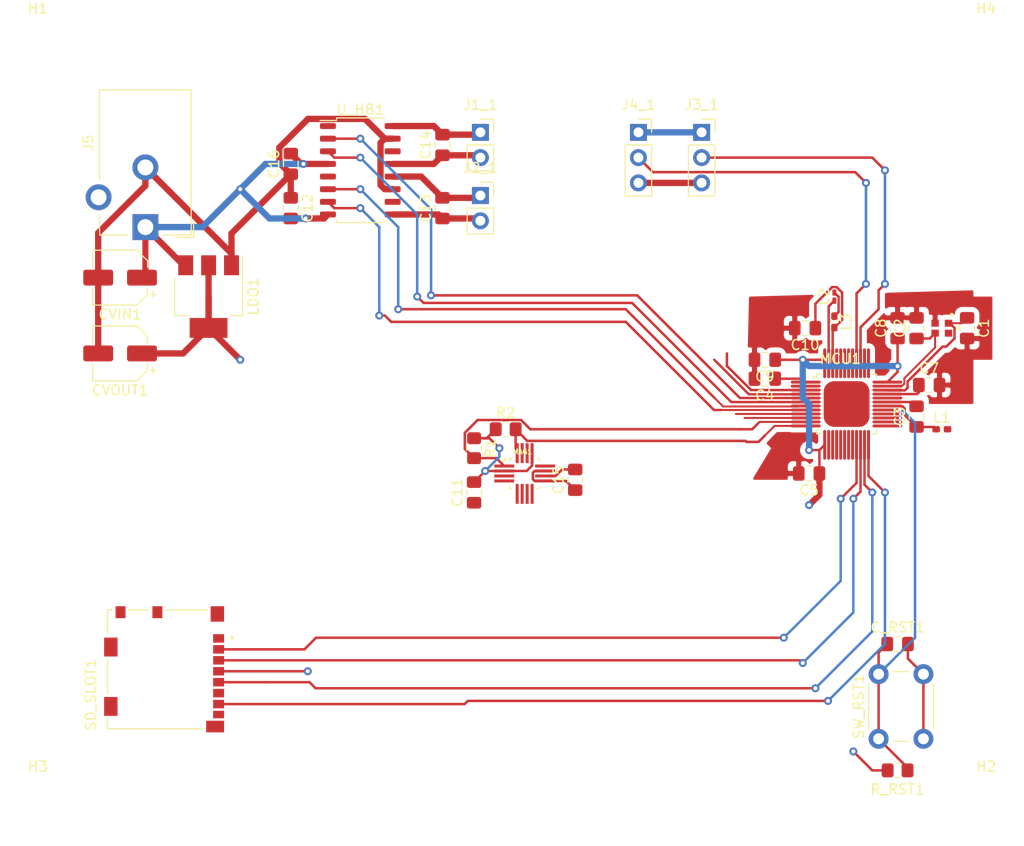
<source format=kicad_pcb>
(kicad_pcb (version 20171130) (host pcbnew "(5.1.10)-1")
  (layers (0 F.Cu signal) (31 B.Cu signal) (34 B.Paste user) (35 F.Paste user) (36 B.SilkS user) (37 F.SilkS user) (38 B.Mask user) (39 F.Mask user) (44 Edge.Cuts user))
  (net 0 "")
  (net 1 /XC1)
  (net 2 GND)
  (net 3 /XC2)
  (net 4 /ANT)
  (net 5 /DEC1)
  (net 6 +3V3)
  (net 7 /DEC3)
  (net 8 /DEC4)
  (net 9 +6V)
  (net 10 "Net-(C13-Pad2)")
  (net 11 "Net-(C13-Pad1)")
  (net 12 "Net-(C14-Pad1)")
  (net 13 "Net-(C14-Pad2)")
  (net 14 "Net-(C15-Pad2)")
  (net 15 /WSS1)
  (net 16 /WSS2)
  (net 17 /RF)
  (net 18 /DCC)
  (net 19 "Net-(L2-Pad2)")
  (net 20 /SCL)
  (net 21 "Net-(MAG1-Pad12)")
  (net 22 "Net-(MAG1-Pad4)")
  (net 23 /SDA)
  (net 24 "Net-(MCU1-Pad2)")
  (net 25 "Net-(MCU1-Pad3)")
  (net 26 "Net-(MCU1-Pad4)")
  (net 27 /MOSI)
  (net 28 /SCLK)
  (net 29 /MISO)
  (net 30 /CS)
  (net 31 "Net-(MCU1-Pad15)")
  (net 32 "Net-(MCU1-Pad16)")
  (net 33 "Net-(MCU1-Pad17)")
  (net 34 "Net-(MCU1-Pad18)")
  (net 35 "Net-(MCU1-Pad19)")
  (net 36 "Net-(MCU1-Pad20)")
  (net 37 /INA)
  (net 38 /SDCLK)
  (net 39 /SWDIO)
  (net 40 /INB)
  (net 41 /INC)
  (net 42 /IND)
  (net 43 /DEC2)
  (net 44 "Net-(MCU1-Pad41)")
  (net 45 "Net-(MCU1-Pad42)")
  (net 46 "Net-(MCU1-Pad43)")
  (net 47 /EXP)
  (net 48 "Net-(SD_SLOT1-Pad8)")
  (net 49 "Net-(SD_SLOT1-Pad1)")
  (net 50 "Net-(SD_SLOT1-Pad9)")
  (net 51 "Net-(SD_SLOT1-Pad10)")
  (net 52 "Net-(U_HB1-Pad1)")
  (net 53 "Net-(U_HB1-Pad5)")
  (net 54 "Net-(U_HB1-Pad10)")
  (net 55 "Net-(U_HB1-Pad14)")
  (net 56 /MSCL)
  (net 57 "Net-(MAG1-Pad5)")
  (net 58 "Net-(MCU1-Pad28)")
  (net 59 "Net-(MCU1-Pad9)")
  (net 60 "Net-(MCU1-Pad27)")
  (net 61 "Net-(MCU1-Pad37)")
  (net 62 "Net-(MCU1-Pad38)")
  (net 63 "Net-(MCU1-Pad10)")
  (net 64 "Net-(MCU1-Pad14)")
  (module Capacitor_SMD:C_0805_2012Metric_Pad1.18x1.45mm_HandSolder (layer F.Cu) (at 175.895 91.44 270)
    (fp_text reference C1 (at 0 -1.68 90) (layer F.SilkS))
    (fp_text value 12pF)
    (pad 1 smd roundrect (at -1.0375 0 270) (size 1.175 1.45) (layers F.Cu F.Paste F.Mask) (roundrect_rratio 0.212766) (net 1 /XC1))
    (pad 2 smd roundrect (at 1.0375 0 270) (size 1.175 1.45) (layers F.Cu F.Paste F.Mask) (roundrect_rratio 0.212766) (net 2 GND))
  )
  (module Capacitor_SMD:C_0805_2012Metric_Pad1.18x1.45mm_HandSolder (layer F.Cu) (at 170.815 91.44 90)
    (fp_text reference C2 (at 0 -1.68 90) (layer F.SilkS))
    (fp_text value 12pF)
    (pad 2 smd roundrect (at 1.0375 0 90) (size 1.175 1.45) (layers F.Cu F.Paste F.Mask) (roundrect_rratio 0.212766) (net 2 GND))
    (pad 1 smd roundrect (at -1.0375 0 90) (size 1.175 1.45) (layers F.Cu F.Paste F.Mask) (roundrect_rratio 0.212766) (net 3 /XC2))
  )
  (module Capacitor_SMD:C_0805_2012Metric_Pad1.18x1.45mm_HandSolder (layer F.Cu) (at 170.815 100.33 90)
    (fp_text reference C3 (at 0 -1.68 90) (layer F.SilkS))
    (fp_text value 0.8pF)
    (pad 2 smd roundrect (at 1.0375 0 90) (size 1.175 1.45) (layers F.Cu F.Paste F.Mask) (roundrect_rratio 0.212766) (net 2 GND))
    (pad 1 smd roundrect (at -1.0375 0 90) (size 1.175 1.45) (layers F.Cu F.Paste F.Mask) (roundrect_rratio 0.212766) (net 4 /ANT))
  )
  (module Capacitor_SMD:C_0805_2012Metric_Pad1.18x1.45mm_HandSolder (layer F.Cu) (at 155.575 96.52 180)
    (fp_text reference C4 (at 0 -1.68) (layer F.SilkS))
    (fp_text value 100nF)
    (pad 2 smd roundrect (at 1.0375 0 180) (size 1.175 1.45) (layers F.Cu F.Paste F.Mask) (roundrect_rratio 0.212766) (net 2 GND))
    (pad 1 smd roundrect (at -1.0375 0 180) (size 1.175 1.45) (layers F.Cu F.Paste F.Mask) (roundrect_rratio 0.212766) (net 5 /DEC1))
  )
  (module Capacitor_SMD:C_0805_2012Metric_Pad1.18x1.45mm_HandSolder (layer F.Cu) (at 160.02 106.045 180)
    (fp_text reference C5 (at 0 -1.68) (layer F.SilkS))
    (fp_text value 100nF)
    (pad 1 smd roundrect (at -1.0375 0 180) (size 1.175 1.45) (layers F.Cu F.Paste F.Mask) (roundrect_rratio 0.212766) (net 6 +3V3))
    (pad 2 smd roundrect (at 1.0375 0 180) (size 1.175 1.45) (layers F.Cu F.Paste F.Mask) (roundrect_rratio 0.212766) (net 2 GND))
  )
  (module Capacitor_SMD:C_0805_2012Metric_Pad1.18x1.45mm_HandSolder (layer F.Cu) (at 172.085 97.155)
    (fp_text reference C7 (at 0 -1.68) (layer F.SilkS))
    (fp_text value 100pF)
    (pad 1 smd roundrect (at -1.0375 0) (size 1.175 1.45) (layers F.Cu F.Paste F.Mask) (roundrect_rratio 0.212766) (net 7 /DEC3))
    (pad 2 smd roundrect (at 1.0375 0) (size 1.175 1.45) (layers F.Cu F.Paste F.Mask) (roundrect_rratio 0.212766) (net 2 GND))
  )
  (module Capacitor_SMD:C_0805_2012Metric_Pad1.18x1.45mm_HandSolder (layer F.Cu) (at 168.91 91.44 90)
    (fp_text reference C8 (at 0 -1.68 90) (layer F.SilkS))
    (fp_text value 100nF)
    (pad 1 smd roundrect (at -1.0375 0 90) (size 1.175 1.45) (layers F.Cu F.Paste F.Mask) (roundrect_rratio 0.212766) (net 6 +3V3))
    (pad 2 smd roundrect (at 1.0375 0 90) (size 1.175 1.45) (layers F.Cu F.Paste F.Mask) (roundrect_rratio 0.212766) (net 2 GND))
  )
  (module Capacitor_SMD:C_0805_2012Metric_Pad1.18x1.45mm_HandSolder (layer F.Cu) (at 155.575 94.615 180)
    (fp_text reference C9 (at 0 -1.68) (layer F.SilkS))
    (fp_text value 4.7uF)
    (pad 2 smd roundrect (at 1.0375 0 180) (size 1.175 1.45) (layers F.Cu F.Paste F.Mask) (roundrect_rratio 0.212766) (net 2 GND))
    (pad 1 smd roundrect (at -1.0375 0 180) (size 1.175 1.45) (layers F.Cu F.Paste F.Mask) (roundrect_rratio 0.212766) (net 6 +3V3))
  )
  (module Capacitor_SMD:C_0805_2012Metric_Pad1.18x1.45mm_HandSolder (layer F.Cu) (at 159.6175 91.44 180)
    (fp_text reference C10 (at 0 -1.68) (layer F.SilkS))
    (fp_text value 1uF)
    (pad 2 smd roundrect (at 1.0375 0 180) (size 1.175 1.45) (layers F.Cu F.Paste F.Mask) (roundrect_rratio 0.212766) (net 2 GND))
    (pad 1 smd roundrect (at -1.0375 0 180) (size 1.175 1.45) (layers F.Cu F.Paste F.Mask) (roundrect_rratio 0.212766) (net 8 /DEC4))
  )
  (module Capacitor_SMD:C_0805_2012Metric_Pad1.18x1.45mm_HandSolder (layer F.Cu) (at 126.365 107.95 90)
    (fp_text reference C11 (at 0 -1.68 90) (layer F.SilkS))
    (fp_text value 1uF)
    (pad 2 smd roundrect (at 1.0375 0 90) (size 1.175 1.45) (layers F.Cu F.Paste F.Mask) (roundrect_rratio 0.213) (net 6 +3V3))
    (pad 1 smd roundrect (at -1.0375 0 90) (size 1.175 1.45) (layers F.Cu F.Paste F.Mask) (roundrect_rratio 0.212766) (net 2 GND))
  )
  (module Capacitor_SMD:C_0805_2012Metric_Pad1.18x1.45mm_HandSolder (layer F.Cu) (at 107.95 79.375 270)
    (fp_text reference C12 (at 0 -1.68 90) (layer F.SilkS))
    (fp_text value 100uF)
    (pad 1 smd roundrect (at -1.0375 0 270) (size 1.175 1.45) (layers F.Cu F.Paste F.Mask) (roundrect_rratio 0.212766) (net 2 GND))
    (pad 2 smd roundrect (at 1.0375 0 270) (size 1.175 1.45) (layers F.Cu F.Paste F.Mask) (roundrect_rratio 0.212766) (net 9 +6V))
  )
  (module Capacitor_SMD:C_0805_2012Metric_Pad1.18x1.45mm_HandSolder (layer F.Cu) (at 123.19 79.375 90)
    (fp_text reference C13 (at 0 -1.68 90) (layer F.SilkS))
    (fp_text value .1uF)
    (pad 2 smd roundrect (at 1.0375 0 90) (size 1.175 1.45) (layers F.Cu F.Paste F.Mask) (roundrect_rratio 0.212766) (net 10 "Net-(C13-Pad2)"))
    (pad 1 smd roundrect (at -1.0375 0 90) (size 1.175 1.45) (layers F.Cu F.Paste F.Mask) (roundrect_rratio 0.212766) (net 11 "Net-(C13-Pad1)"))
  )
  (module Capacitor_SMD:C_0805_2012Metric_Pad1.18x1.45mm_HandSolder (layer F.Cu) (at 123.19 73.025 90)
    (fp_text reference C14 (at 0 -1.68 90) (layer F.SilkS))
    (fp_text value .1uF)
    (pad 1 smd roundrect (at -1.0375 0 90) (size 1.175 1.45) (layers F.Cu F.Paste F.Mask) (roundrect_rratio 0.212766) (net 12 "Net-(C14-Pad1)"))
    (pad 2 smd roundrect (at 1.0375 0 90) (size 1.175 1.45) (layers F.Cu F.Paste F.Mask) (roundrect_rratio 0.212766) (net 13 "Net-(C14-Pad2)"))
  )
  (module Capacitor_SMD:C_0805_2012Metric_Pad1.18x1.45mm_HandSolder (layer F.Cu) (at 136.525 106.68 90)
    (fp_text reference C15 (at 0 -1.68 90) (layer F.SilkS))
    (fp_text value 10uF)
    (pad 1 smd roundrect (at -1.0375 0 90) (size 1.175 1.45) (layers F.Cu F.Paste F.Mask) (roundrect_rratio 0.212766) (net 2 GND))
    (pad 2 smd roundrect (at 1.0375 0 90) (size 1.175 1.45) (layers F.Cu F.Paste F.Mask) (roundrect_rratio 0.212766) (net 14 "Net-(C15-Pad2)"))
  )
  (module Capacitor_SMD:C_0805_2012Metric_Pad1.18x1.45mm_HandSolder (layer F.Cu) (at 107.95 74.93 90)
    (fp_text reference C16 (at 0 -1.68 90) (layer F.SilkS))
    (fp_text value 100uF)
    (pad 2 smd roundrect (at 1.0375 0 90) (size 1.175 1.45) (layers F.Cu F.Paste F.Mask) (roundrect_rratio 0.212766) (net 9 +6V))
    (pad 1 smd roundrect (at -1.0375 0 90) (size 1.175 1.45) (layers F.Cu F.Paste F.Mask) (roundrect_rratio 0.212766) (net 2 GND))
  )
  (module Capacitor_SMD:C_0805_2012Metric_Pad1.18x1.45mm_HandSolder (layer F.Cu) (at 168.91 123.19)
    (fp_text reference C_RST1 (at 0 -1.68) (layer F.SilkS))
    (fp_text value 1uF)
    (pad 1 smd roundrect (at -1.0375 0) (size 1.175 1.45) (layers F.Cu F.Paste F.Mask) (roundrect_rratio 0.212766) (net 56 /MSCL))
    (pad 2 smd roundrect (at 1.0375 0) (size 1.175 1.45) (layers F.Cu F.Paste F.Mask) (roundrect_rratio 0.212766) (net 2 GND))
  )
  (module Capacitor_SMD:CP_Elec_5x5.7 (layer F.Cu) (at 90.805 86.36 180)
    (fp_text reference CVIN1 (at 0 -3.7) (layer F.SilkS))
    (fp_text value 10uF)
    (pad 1 smd roundrect (at -2.2 0 180) (size 3 1.6) (layers F.Cu F.Paste F.Mask) (roundrect_rratio 0.15625) (net 9 +6V))
    (pad 2 smd roundrect (at 2.2 0 180) (size 3 1.6) (layers F.Cu F.Paste F.Mask) (roundrect_rratio 0.15625) (net 2 GND))
  )
  (module Capacitor_SMD:CP_Elec_5x5.7 (layer F.Cu) (at 90.805 93.98 180)
    (fp_text reference CVOUT1 (at 0 -3.7) (layer F.SilkS))
    (fp_text value 10uF)
    (pad 2 smd roundrect (at 2.2 0 180) (size 3 1.6) (layers F.Cu F.Paste F.Mask) (roundrect_rratio 0.15625) (net 2 GND))
    (pad 1 smd roundrect (at -2.2 0 180) (size 3 1.6) (layers F.Cu F.Paste F.Mask) (roundrect_rratio 0.15625) (net 6 +3V3))
  )
  (module Connector_BarrelJack:BarrelJack_CUI_PJ-102AH_Horizontal (layer F.Cu) (at 93.345 81.28 180)
    (fp_text reference J5 (at 5.75 8.45 90) (layer F.SilkS))
    (fp_text value Barrel_Jack)
    (pad 1 thru_hole rect (at 0 0 180) (size 2.6 2.6) (drill 1.6) (layers *.Cu *.Mask) (net 9 +6V))
    (pad 2 thru_hole circle (at 0 6 180) (size 2.6 2.6) (drill 1.6) (layers *.Cu *.Mask) (net 2 GND))
    (pad 3 thru_hole circle (at 4.7 3 180) (size 2.6 2.6) (drill 1.6) (layers *.Cu *.Mask))
  )
  (module Connector_PinSocket_2.54mm:PinSocket_1x02_P2.54mm_Vertical (layer F.Cu) (at 127 71.755)
    (fp_text reference J1_1 (at 0 -2.77) (layer F.SilkS))
    (fp_text value Conn_01x02_Female)
    (pad 2 thru_hole oval (at 0 2.54) (size 1.7 1.7) (drill 1) (layers *.Cu *.Mask) (net 12 "Net-(C14-Pad1)"))
    (pad 1 thru_hole rect (at 0 0) (size 1.7 1.7) (drill 1) (layers *.Cu *.Mask) (net 13 "Net-(C14-Pad2)"))
  )
  (module Connector_PinSocket_2.54mm:PinSocket_1x02_P2.54mm_Vertical (layer F.Cu) (at 127 78.105)
    (fp_text reference J2_1 (at 0 -2.77) (layer F.SilkS))
    (fp_text value Conn_01x02_Female)
    (pad 1 thru_hole rect (at 0 0) (size 1.7 1.7) (drill 1) (layers *.Cu *.Mask) (net 10 "Net-(C13-Pad2)"))
    (pad 2 thru_hole oval (at 0 2.54) (size 1.7 1.7) (drill 1) (layers *.Cu *.Mask) (net 11 "Net-(C13-Pad1)"))
  )
  (module Connector_PinSocket_2.54mm:PinSocket_1x03_P2.54mm_Vertical (layer F.Cu) (at 149.225 71.755)
    (fp_text reference J3_1 (at 0 -2.77) (layer F.SilkS))
    (fp_text value Conn_01x03_Female)
    (pad 3 thru_hole oval (at 0 5.08) (size 1.7 1.7) (drill 1) (layers *.Cu *.Mask) (net 2 GND))
    (pad 2 thru_hole oval (at 0 2.54) (size 1.7 1.7) (drill 1) (layers *.Cu *.Mask) (net 15 /WSS1))
    (pad 1 thru_hole rect (at 0 0) (size 1.7 1.7) (drill 1) (layers *.Cu *.Mask) (net 6 +3V3))
  )
  (module Connector_PinSocket_2.54mm:PinSocket_1x03_P2.54mm_Vertical (layer F.Cu) (at 142.875 71.755)
    (fp_text reference J4_1 (at 0 -2.77) (layer F.SilkS))
    (fp_text value Conn_01x03_Female)
    (pad 1 thru_hole rect (at 0 0) (size 1.7 1.7) (drill 1) (layers *.Cu *.Mask) (net 6 +3V3))
    (pad 2 thru_hole oval (at 0 2.54) (size 1.7 1.7) (drill 1) (layers *.Cu *.Mask) (net 16 /WSS2))
    (pad 3 thru_hole oval (at 0 5.08) (size 1.7 1.7) (drill 1) (layers *.Cu *.Mask) (net 2 GND))
  )
  (module Inductor_SMD:L_0402_1005Metric_Pad0.77x0.64mm_HandSolder (layer F.Cu) (at 173.355 101.6)
    (fp_text reference L1 (at 0 -1.17) (layer F.SilkS))
    (fp_text value 3.9nH)
    (pad 1 smd roundrect (at -0.5725 0) (size 0.765 0.64) (layers F.Cu F.Paste F.Mask) (net 4 /ANT))
    (pad 2 smd roundrect (at 0.5725 0) (size 0.765 0.64) (layers F.Cu F.Paste F.Mask) (net 17 /RF))
  )
  (module Inductor_SMD:L_0201_0603Metric_Pad0.64x0.40mm_HandSolder (layer F.Cu) (at 162.56 88.265 90)
    (fp_text reference L2 (at 0 -1.05 90) (layer F.SilkS))
    (fp_text value 10uH)
    (pad 1 smd roundrect (at -0.4075 0 90) (size 0.635 0.4) (layers F.Cu F.Mask) (net 18 /DCC))
    (pad 2 smd roundrect (at 0.4075 0 90) (size 0.635 0.4) (layers F.Cu F.Mask) (net 19 "Net-(L2-Pad2)"))
  )
  (module Inductor_SMD:L_0402_1005Metric_Pad0.77x0.64mm_HandSolder (layer F.Cu) (at 162.56 90.805 270)
    (fp_text reference L3 (at 0 -1.17 90) (layer F.SilkS))
    (fp_text value 15nH)
    (pad 2 smd roundrect (at 0.5725 0 270) (size 0.765 0.64) (layers F.Cu F.Paste F.Mask) (net 8 /DEC4))
    (pad 1 smd roundrect (at -0.5725 0 270) (size 0.765 0.64) (layers F.Cu F.Paste F.Mask) (net 19 "Net-(L2-Pad2)"))
  )
  (module Package_TO_SOT_SMD:SOT-223-3_TabPin2 (layer F.Cu) (at 99.695 88.265 270)
    (fp_text reference LDO1 (at 0 -4.5 90) (layer F.SilkS))
    (fp_text value NCP1117-3.3_SOT223)
    (pad 2 smd rect (at 3.15 0 270) (size 2 3.8) (layers F.Cu F.Paste F.Mask) (net 6 +3V3))
    (pad 2 smd rect (at -3.15 0 270) (size 2 1.5) (layers F.Cu F.Paste F.Mask) (net 6 +3V3))
    (pad 3 smd rect (at -3.15 2.3 270) (size 2 1.5) (layers F.Cu F.Paste F.Mask) (net 9 +6V))
    (pad 1 smd rect (at -3.15 -2.3 270) (size 2 1.5) (layers F.Cu F.Paste F.Mask) (net 2 GND))
  )
  (module MMC5983MA:PQFN50P300X300X100-16N (layer F.Cu) (at 131.445 106.045)
    (fp_text reference MAG1 (at -0.226 -2.1868) (layer F.SilkS) (effects (font (size 0.48 0.48))))
    (fp_text value MMC5983MA)
    (pad 1 smd rect (at -2.05 -0.75) (size 2 0.3) (layers F.Cu F.Paste F.Mask) (net 20 /SCL))
    (pad 2 smd rect (at -2.05 -0.25) (size 2 0.3) (layers F.Cu F.Paste F.Mask) (net 6 +3V3))
    (pad 3 smd rect (at -2.05 0.25) (size 2 0.3) (layers F.Cu F.Paste F.Mask))
    (pad 4 smd rect (at -2.05 0.75) (size 2 0.3) (layers F.Cu F.Paste F.Mask) (net 22 "Net-(MAG1-Pad4)"))
    (pad 5 smd rect (at -0.75 2.05) (size 0.3 2) (layers F.Cu F.Paste F.Mask) (net 57 "Net-(MAG1-Pad5)"))
    (pad 6 smd rect (at -0.25 2.05) (size 0.3 2) (layers F.Cu F.Paste F.Mask) (net 21 "Net-(MAG1-Pad12)"))
    (pad 7 smd rect (at 0.25 2.05) (size 0.3 2) (layers F.Cu F.Paste F.Mask))
    (pad 8 smd rect (at 0.75 2.05) (size 0.3 2) (layers F.Cu F.Paste F.Mask))
    (pad 9 smd rect (at 2.055 0.75) (size 2 0.3) (layers F.Cu F.Paste F.Mask) (net 2 GND))
    (pad 10 smd rect (at 2.055 0.25) (size 2 0.3) (layers F.Cu F.Paste F.Mask) (net 14 "Net-(C15-Pad2)"))
    (pad 11 smd rect (at 2.055 -0.25) (size 2 0.3) (layers F.Cu F.Paste F.Mask) (net 2 GND))
    (pad 12 smd rect (at 2.055 -0.75) (size 2 0.3) (layers F.Cu F.Paste F.Mask))
    (pad 13 smd rect (at 0.75 -2.05) (size 0.3 2) (layers F.Cu F.Paste F.Mask) (net 6 +3V3))
    (pad 14 smd rect (at 0.25 -2.05) (size 0.3 2) (layers F.Cu F.Paste F.Mask))
    (pad 15 smd rect (at -0.25 -2.05) (size 0.3 2) (layers F.Cu F.Paste F.Mask))
    (pad 16 smd rect (at -0.75 -2.05) (size 0.3 2) (layers F.Cu F.Paste F.Mask) (net 23 /SDA))
  )
  (module NRF52832-QFAA-R:QFN40P600X600X90-49N (layer F.Cu) (at 163.788501 99.063501)
    (fp_text reference MCU1 (at -0.62591 -4.54164) (layer F.SilkS) (effects (font (size 1.001465 1.001465))))
    (fp_text value NRF52832-QFAA-R)
    (pad 1 smd oval (at -4.1 -2.2) (size 3 0.3) (layers F.Cu F.Paste) (net 5 /DEC1))
    (pad 2 smd oval (at -4.1 -1.8) (size 3 0.3) (layers F.Cu F.Paste) (net 24 "Net-(MCU1-Pad2)"))
    (pad 3 smd oval (at -4.1 -1.4) (size 3 0.3) (layers F.Cu F.Paste) (net 25 "Net-(MCU1-Pad3)"))
    (pad 4 smd oval (at -4.1 -1) (size 3 0.3) (layers F.Cu F.Paste) (net 26 "Net-(MCU1-Pad4)"))
    (pad 5 smd oval (at -4.1 -0.6) (size 3 0.3) (layers F.Cu F.Paste) (net 37 /INA))
    (pad 6 smd oval (at -4.1 -0.2) (size 3 0.3) (layers F.Cu F.Paste) (net 40 /INB))
    (pad 7 smd oval (at -4.1 0.2) (size 3 0.3) (layers F.Cu F.Paste) (net 41 /INC))
    (pad 8 smd oval (at -4.1 0.6) (size 3 0.3) (layers F.Cu F.Paste) (net 42 /IND))
    (pad 9 smd oval (at -4.1 1) (size 3 0.3) (layers F.Cu F.Paste) (net 59 "Net-(MCU1-Pad9)"))
    (pad 10 smd oval (at -4.1 1.4) (size 3 0.3) (layers F.Cu F.Paste) (net 63 "Net-(MCU1-Pad10)"))
    (pad 11 smd oval (at -4.1 1.8) (size 3 0.3) (layers F.Cu F.Paste) (net 20 /SCL))
    (pad 12 smd oval (at -4.1 2.2) (size 3 0.3) (layers F.Cu F.Paste) (net 23 /SDA))
    (pad 13 smd oval (at -2.2 4.1 90) (size 3 0.3) (layers F.Cu F.Paste) (net 6 +3V3))
    (pad 14 smd oval (at -1.8 4.1 90) (size 3 0.3) (layers F.Cu F.Paste) (net 64 "Net-(MCU1-Pad14)"))
    (pad 15 smd oval (at -1.4 4.1 90) (size 3 0.3) (layers F.Cu F.Paste) (net 31 "Net-(MCU1-Pad15)"))
    (pad 16 smd oval (at -1 4.1 90) (size 3 0.3) (layers F.Cu F.Paste) (net 32 "Net-(MCU1-Pad16)"))
    (pad 17 smd oval (at -0.6 4.1 90) (size 3 0.3) (layers F.Cu F.Paste) (net 33 "Net-(MCU1-Pad17)"))
    (pad 18 smd oval (at -0.2 4.1 90) (size 3 0.3) (layers F.Cu F.Paste) (net 34 "Net-(MCU1-Pad18)"))
    (pad 19 smd oval (at 0.2 4.1 90) (size 3 0.3) (layers F.Cu F.Paste) (net 35 "Net-(MCU1-Pad19)"))
    (pad 20 smd oval (at 0.6 4.1 90) (size 3 0.3) (layers F.Cu F.Paste) (net 36 "Net-(MCU1-Pad20)"))
    (pad 21 smd oval (at 1 4.1 90) (size 3 0.3) (layers F.Cu F.Paste) (net 30 /CS))
    (pad 22 smd oval (at 1.4 4.1 90) (size 3 0.3) (layers F.Cu F.Paste) (net 27 /MOSI))
    (pad 23 smd oval (at 1.8 4.1 90) (size 3 0.3) (layers F.Cu F.Paste) (net 28 /SCLK))
    (pad 24 smd oval (at 2.2 4.1 90) (size 3 0.3) (layers F.Cu F.Paste) (net 29 /MISO))
    (pad 25 smd oval (at 4.1 2.2 180) (size 3 0.3) (layers F.Cu F.Paste) (net 38 /SDCLK))
    (pad 26 smd oval (at 4.1 1.8 180) (size 3 0.3) (layers F.Cu F.Paste) (net 39 /SWDIO))
    (pad 27 smd oval (at 4.1 1.4 180) (size 3 0.3) (layers F.Cu F.Paste) (net 60 "Net-(MCU1-Pad27)"))
    (pad 28 smd oval (at 4.1 1 180) (size 3 0.3) (layers F.Cu F.Paste) (net 58 "Net-(MCU1-Pad28)"))
    (pad 29 smd oval (at 4.1 0.6 180) (size 2.999999 0.3) (layers F.Cu F.Paste) (net 56 /MSCL))
    (pad 30 smd oval (at 4.1 0.2 180) (size 3 0.3) (layers F.Cu F.Paste) (net 4 /ANT))
    (pad 31 smd oval (at 4.1 -0.2 180) (size 3 0.3) (layers F.Cu F.Paste) (net 2 GND))
    (pad 32 smd oval (at 4.1 -0.6 180) (size 3 0.3) (layers F.Cu F.Paste) (net 43 /DEC2))
    (pad 33 smd oval (at 4.1 -1 180) (size 3 0.3) (layers F.Cu F.Paste) (net 7 /DEC3))
    (pad 34 smd oval (at 4.1 -1.4 180) (size 3 0.3) (layers F.Cu F.Paste) (net 1 /XC1))
    (pad 35 smd oval (at 4.1 -1.8 180) (size 3 0.3) (layers F.Cu F.Paste) (net 3 /XC2))
    (pad 36 smd oval (at 4.1 -2.2 180) (size 2.999999 0.3) (layers F.Cu F.Paste) (net 6 +3V3))
    (pad 37 smd oval (at 2.2 -4.1 270) (size 3 0.3) (layers F.Cu F.Paste) (net 61 "Net-(MCU1-Pad37)"))
    (pad 38 smd oval (at 1.8 -4.1 270) (size 3 0.3) (layers F.Cu F.Paste) (net 62 "Net-(MCU1-Pad38)"))
    (pad 39 smd oval (at 1.4 -4.1 270) (size 3 0.3) (layers F.Cu F.Paste) (net 15 /WSS1))
    (pad 40 smd oval (at 1 -4.1 270) (size 3 0.3) (layers F.Cu F.Paste) (net 16 /WSS2))
    (pad 41 smd oval (at 0.6 -4.1 270) (size 3 0.3) (layers F.Cu F.Paste) (net 44 "Net-(MCU1-Pad41)"))
    (pad 42 smd oval (at 0.2 -4.1 270) (size 3 0.3) (layers F.Cu F.Paste) (net 45 "Net-(MCU1-Pad42)"))
    (pad 43 smd oval (at -0.2 -4.1 270) (size 3 0.3) (layers F.Cu F.Paste) (net 46 "Net-(MCU1-Pad43)"))
    (pad 44 smd oval (at -0.6 -4.1 270) (size 3 0.3) (layers F.Cu F.Paste))
    (pad 45 smd oval (at -1 -4.1 270) (size 3 0.3) (layers F.Cu F.Paste) (net 2 GND))
    (pad 46 smd oval (at -1.4 -4.1 270) (size 3 0.3) (layers F.Cu F.Paste) (net 8 /DEC4))
    (pad 47 smd oval (at -1.8 -4.1 270) (size 3 0.3) (layers F.Cu F.Paste) (net 18 /DCC))
    (pad 48 smd oval (at -2.2 -4.1 270) (size 3 0.3) (layers F.Cu F.Paste) (net 6 +3V3))
    (pad 49 smd roundrect (at 0 0) (size 4.6 4.6) (layers F.Cu F.Mask) (roundrect_rratio 0.23) (net 47 /EXP))
  )
  (module Resistor_SMD:R_0805_2012Metric_Pad1.20x1.40mm_HandSolder (layer F.Cu) (at 126.365 103.505 270)
    (fp_text reference R1 (at 0 -1.65 90) (layer F.SilkS))
    (fp_text value 2.7k)
    (pad 1 smd roundrect (at -1 0 270) (size 1.2 1.4) (layers F.Cu F.Paste F.Mask) (roundrect_rratio 0.208333) (net 6 +3V3))
    (pad 2 smd roundrect (at 1 0 270) (size 1.2 1.4) (layers F.Cu F.Paste F.Mask) (roundrect_rratio 0.208333) (net 20 /SCL))
  )
  (module Resistor_SMD:R_0805_2012Metric_Pad1.20x1.40mm_HandSolder (layer F.Cu) (at 129.54 101.6)
    (fp_text reference R2 (at 0 -1.65) (layer F.SilkS))
    (fp_text value 2.7k)
    (pad 2 smd roundrect (at 1 0) (size 1.2 1.4) (layers F.Cu F.Paste F.Mask) (roundrect_rratio 0.208333) (net 23 /SDA))
    (pad 1 smd roundrect (at -1 0) (size 1.2 1.4) (layers F.Cu F.Paste F.Mask) (roundrect_rratio 0.208333) (net 6 +3V3))
  )
  (module Resistor_SMD:R_0805_2012Metric_Pad1.20x1.40mm_HandSolder (layer F.Cu) (at 168.91 135.89)
    (fp_text reference R_RST1 (at 0 1.905) (layer F.SilkS))
    (fp_text value 10k)
    (pad 1 smd roundrect (at -1 0) (size 1.2 1.4) (layers F.Cu F.Paste F.Mask) (roundrect_rratio 0.208333) (net 6 +3V3))
    (pad 2 smd roundrect (at 1 0) (size 1.2 1.4) (layers F.Cu F.Paste F.Mask) (roundrect_rratio 0.208333) (net 56 /MSCL))
  )
  (module 104031-0811:MOLEX_104031-0811 (layer F.Cu) (at 95.25 125.73 90)
    (fp_text reference SD_SLOT1 (at -2.545225 -7.385735 90) (layer F.SilkS) (effects (font (size 1.002071 1.002071))))
    (fp_text value 104031-0811)
    (pad 8 smd rect (at -4.545 5.45 90) (size 0.75 1.1) (layers F.Cu F.Paste F.Mask) (net 48 "Net-(SD_SLOT1-Pad8)"))
    (pad 7 smd rect (at -3.495 5.45 90) (size 0.85 1.1) (layers F.Cu F.Paste F.Mask) (net 29 /MISO))
    (pad 6 smd rect (at -2.395 5.45 90) (size 0.85 1.1) (layers F.Cu F.Paste F.Mask) (net 2 GND))
    (pad 5 smd rect (at -1.295 5.45 90) (size 0.85 1.1) (layers F.Cu F.Paste F.Mask) (net 28 /SCLK))
    (pad 4 smd rect (at -0.195 5.45 90) (size 0.85 1.1) (layers F.Cu F.Paste F.Mask) (net 6 +3V3))
    (pad 3 smd rect (at 0.905 5.45 90) (size 0.85 1.1) (layers F.Cu F.Paste F.Mask) (net 27 /MOSI))
    (pad 2 smd rect (at 2.005 5.45 90) (size 0.85 1.1) (layers F.Cu F.Paste F.Mask) (net 30 /CS))
    (pad 1 smd rect (at 3.105 5.45 90) (size 0.85 1.1) (layers F.Cu F.Paste F.Mask) (net 49 "Net-(SD_SLOT1-Pad1)"))
    (pad 9 smd rect (at 5.74 -0.7 90) (size 1.2 1) (layers F.Cu F.Paste F.Mask) (net 50 "Net-(SD_SLOT1-Pad9)"))
    (pad 10 smd rect (at 5.74 -4.4 90) (size 1.2 1) (layers F.Cu F.Paste F.Mask) (net 51 "Net-(SD_SLOT1-Pad10)"))
    (pad G3 smd rect (at -3.73 -5.375 90) (size 1.9 1.35) (layers F.Cu F.Paste F.Mask) (net 2 GND))
    (pad G4 smd rect (at 2.24 -5.375 90) (size 1.9 1.35) (layers F.Cu F.Paste F.Mask) (net 2 GND))
    (pad G2 smd rect (at -5.755 5.1 90) (size 1.17 1.8) (layers F.Cu F.Paste F.Mask) (net 2 GND))
    (pad G1 smd rect (at 5.565 5.325 90) (size 1.55 1.35) (layers F.Cu F.Paste F.Mask) (net 2 GND))
  )
  (module Button_Switch_THT:SW_PUSH_6mm (layer F.Cu) (at 167.005 132.715 90)
    (fp_text reference SW_RST1 (at 3.25 -2 90) (layer F.SilkS))
    (fp_text value _)
    (pad 2 thru_hole circle (at 0 4.5 180) (size 2 2) (drill 1.1) (layers *.Cu *.Mask) (net 2 GND))
    (pad 1 thru_hole circle (at 0 0 180) (size 2 2) (drill 1.1) (layers *.Cu *.Mask) (net 56 /MSCL))
    (pad 2 thru_hole circle (at 6.5 4.5 180) (size 2 2) (drill 1.1) (layers *.Cu *.Mask) (net 2 GND))
    (pad 1 thru_hole circle (at 6.5 0 180) (size 2 2) (drill 1.1) (layers *.Cu *.Mask) (net 56 /MSCL))
  )
  (module Package_SO:SOP-16_4.55x10.3mm_P1.27mm (layer F.Cu) (at 114.935 75.565)
    (fp_text reference U_HB1 (at 0 -6.1) (layer F.SilkS))
    (fp_text value YX1818BM)
    (pad 1 smd roundrect (at -3.25 -4.445) (size 1.6 0.6) (layers F.Cu F.Paste F.Mask) (net 52 "Net-(U_HB1-Pad1)"))
    (pad 2 smd roundrect (at -3.25 -3.175) (size 1.6 0.6) (layers F.Cu F.Paste F.Mask) (net 37 /INA))
    (pad 3 smd roundrect (at -3.25 -1.905) (size 1.6 0.6) (layers F.Cu F.Paste F.Mask) (net 40 /INB))
    (pad 4 smd roundrect (at -3.25 -0.635) (size 1.6 0.6) (layers F.Cu F.Paste F.Mask) (net 9 +6V))
    (pad 5 smd roundrect (at -3.25 0.635) (size 1.6 0.6) (layers F.Cu F.Paste F.Mask) (net 53 "Net-(U_HB1-Pad5)"))
    (pad 6 smd roundrect (at -3.25 1.905) (size 1.6 0.6) (layers F.Cu F.Paste F.Mask) (net 41 /INC))
    (pad 7 smd roundrect (at -3.25 3.175) (size 1.6 0.6) (layers F.Cu F.Paste F.Mask) (net 42 /IND))
    (pad 8 smd roundrect (at -3.25 4.445) (size 1.6 0.6) (layers F.Cu F.Paste F.Mask) (net 9 +6V))
    (pad 9 smd roundrect (at 3.25 4.445) (size 1.6 0.6) (layers F.Cu F.Paste F.Mask) (net 11 "Net-(C13-Pad1)"))
    (pad 10 smd roundrect (at 3.25 3.175) (size 1.6 0.6) (layers F.Cu F.Paste F.Mask) (net 54 "Net-(U_HB1-Pad10)"))
    (pad 11 smd roundrect (at 3.25 1.905) (size 1.6 0.6) (layers F.Cu F.Paste F.Mask) (net 2 GND))
    (pad 12 smd roundrect (at 3.25 0.635) (size 1.6 0.6) (layers F.Cu F.Paste F.Mask) (net 10 "Net-(C13-Pad2)"))
    (pad 13 smd roundrect (at 3.25 -0.635) (size 1.6 0.6) (layers F.Cu F.Paste F.Mask) (net 12 "Net-(C14-Pad1)"))
    (pad 14 smd roundrect (at 3.25 -1.905) (size 1.6 0.6) (layers F.Cu F.Paste F.Mask) (net 55 "Net-(U_HB1-Pad14)"))
    (pad 15 smd roundrect (at 3.25 -3.175) (size 1.6 0.6) (layers F.Cu F.Paste F.Mask) (net 2 GND))
    (pad 16 smd roundrect (at 3.25 -4.445) (size 1.6 0.6) (layers F.Cu F.Paste F.Mask) (net 13 "Net-(C14-Pad2)"))
  )
  (module "Hall Effect Footprint:OSC_XRCGB32M000FXH2CR0" (layer F.Cu) (at 173.355 91.44 270)
    (fp_text reference X1 (at -0.084 -1.6032 90) (layer F.SilkS) (effects (font (size 0.32 0.32))))
    (fp_text value 32MHz)
    (pad 1 smd rect (at -0.5 -0.675 270) (size 0.7 0.75) (layers F.Cu F.Paste F.Mask) (net 1 /XC1))
    (pad 2 smd rect (at -0.5 0.675 270) (size 0.7 0.75) (layers F.Cu F.Paste F.Mask) (net 2 GND))
    (pad 3 smd rect (at 0.5 0.675 270) (size 0.7 0.75) (layers F.Cu F.Paste F.Mask) (net 3 /XC2))
    (pad 4 smd rect (at 0.5 -0.675 270) (size 0.7 0.75) (layers F.Cu F.Paste F.Mask) (net 2 GND))
  )
  (module MountingHole:MountingHole_3.2mm_M3 (layer F.Cu) (at 82.55 63.5)
    (fp_text reference H1 (at 0 -4.2) (layer F.SilkS))
    (fp_text value MountingHole)
    (pad 1 np_thru_hole circle (at 0 0) (size 3.2 3.2) (drill 3.2) (layers *.Cu *.Mask))
  )
  (module MountingHole:MountingHole_3.2mm_M3 (layer F.Cu) (at 177.8 139.7)
    (fp_text reference H2 (at 0 -4.2) (layer F.SilkS))
    (fp_text value MountingHole)
    (pad 1 np_thru_hole circle (at 0 0) (size 3.2 3.2) (drill 3.2) (layers *.Cu *.Mask))
  )
  (module MountingHole:MountingHole_3.2mm_M3 (layer F.Cu) (at 82.55 139.7)
    (fp_text reference H3 (at 0 -4.2) (layer F.SilkS))
    (fp_text value MountingHole)
    (pad 1 np_thru_hole circle (at 0 0) (size 3.2 3.2) (drill 3.2) (layers *.Cu *.Mask))
  )
  (module MountingHole:MountingHole_3.2mm_M3 (layer F.Cu) (at 177.8 63.5)
    (fp_text reference H4 (at 0 -4.2) (layer F.SilkS))
    (fp_text value MountingHole)
    (pad 1 np_thru_hole circle (at 0 0) (size 3.2 3.2) (drill 3.2) (layers *.Cu *.Mask))
  )
  (via (at 169.164 99.65817) (size 0.2794) (drill 0.2286) (layers F.Cu B.Cu) (net 56))
  (segment (start 175.3575 90.94) (end 175.895 90.4025) (width 0.2032) (layer F.Cu) (net 1))
  (segment (start 174.03 90.94) (end 175.3575 90.94) (width 0.2032) (layer F.Cu) (net 1))
  (segment (start 169.91672 97.41828) (end 169.646509 97.688491) (width 0.25) (layer F.Cu) (net 1))
  (segment (start 169.91672 96.801512) (end 169.91672 97.41828) (width 0.25) (layer F.Cu) (net 1))
  (segment (start 173.429999 93.288233) (end 169.91672 96.801512) (width 0.25) (layer F.Cu) (net 1))
  (segment (start 174.03 90.94) (end 173.899998 90.94) (width 0.25) (layer F.Cu) (net 1))
  (segment (start 167.913491 97.688491) (end 167.888501 97.663501) (width 0.25) (layer F.Cu) (net 1))
  (segment (start 169.646509 97.688491) (end 167.913491 97.688491) (width 0.25) (layer F.Cu) (net 1))
  (segment (start 173.811769 93.288233) (end 173.429999 93.288233) (width 0.25) (layer F.Cu) (net 1))
  (segment (start 174.630001 92.470001) (end 173.811769 93.288233) (width 0.25) (layer F.Cu) (net 1))
  (segment (start 174.630001 91.409999) (end 174.630001 92.470001) (width 0.25) (layer F.Cu) (net 1))
  (segment (start 174.160002 90.94) (end 174.630001 91.409999) (width 0.25) (layer F.Cu) (net 1))
  (segment (start 174.03 90.94) (end 174.160002 90.94) (width 0.25) (layer F.Cu) (net 1))
  (segment (start 132.274999 106.625001) (end 132.444998 106.795) (width 0.25) (layer F.Cu) (net 2))
  (segment (start 132.444998 106.795) (end 133.5 106.795) (width 0.25) (layer F.Cu) (net 2))
  (segment (start 132.274999 105.964999) (end 132.274999 106.625001) (width 0.25) (layer F.Cu) (net 2))
  (segment (start 132.444998 105.795) (end 132.274999 105.964999) (width 0.25) (layer F.Cu) (net 2))
  (segment (start 133.5 105.795) (end 132.444998 105.795) (width 0.25) (layer F.Cu) (net 2))
  (segment (start 135.6025 106.795) (end 136.525 107.7175) (width 0.25) (layer F.Cu) (net 2))
  (segment (start 133.5 106.795) (end 135.6025 106.795) (width 0.25) (layer F.Cu) (net 2))
  (segment (start 88.605 81.858477) (end 88.605 86.36) (width 0.635) (layer F.Cu) (net 2))
  (segment (start 93.345 77.118477) (end 88.605 81.858477) (width 0.635) (layer F.Cu) (net 2))
  (segment (start 93.345 75.28) (end 93.345 77.118477) (width 0.635) (layer F.Cu) (net 2))
  (segment (start 88.605 86.36) (end 88.605 93.98) (width 0.635) (layer F.Cu) (net 2))
  (segment (start 101.995 83.93) (end 93.345 75.28) (width 0.635) (layer F.Cu) (net 2))
  (segment (start 101.995 85.115) (end 101.995 83.93) (width 0.635) (layer F.Cu) (net 2))
  (segment (start 107.95 75.9675) (end 107.95 78.3375) (width 0.635) (layer F.Cu) (net 2))
  (segment (start 170.386001 98.863501) (end 167.888501 98.863501) (width 0.25) (layer F.Cu) (net 2))
  (segment (start 170.815 99.2925) (end 170.386001 98.863501) (width 0.25) (layer F.Cu) (net 2))
  (segment (start 168.91 90.4025) (end 170.815 90.4025) (width 0.25) (layer F.Cu) (net 2))
  (segment (start 169.9475 124.6575) (end 171.505 126.215) (width 0.25) (layer F.Cu) (net 2))
  (segment (start 169.9475 123.19) (end 169.9475 124.6575) (width 0.25) (layer F.Cu) (net 2))
  (segment (start 171.505 126.215) (end 171.505 132.715) (width 0.25) (layer F.Cu) (net 2))
  (segment (start 149.225 76.835) (end 142.875 76.835) (width 0.635) (layer F.Cu) (net 2))
  (segment (start 117.385 77.47) (end 118.185 77.47) (width 0.635) (layer F.Cu) (net 2))
  (segment (start 116.96749 77.05249) (end 117.385 77.47) (width 0.635) (layer F.Cu) (net 2))
  (segment (start 116.96749 72.80751) (end 116.96749 77.05249) (width 0.635) (layer F.Cu) (net 2))
  (segment (start 117.385 72.39) (end 116.96749 72.80751) (width 0.635) (layer F.Cu) (net 2))
  (segment (start 101.995 81.9225) (end 101.995 85.115) (width 0.635) (layer F.Cu) (net 2))
  (segment (start 107.95 75.9675) (end 101.995 81.9225) (width 0.635) (layer F.Cu) (net 2))
  (segment (start 117.385 72.39) (end 118.185 72.39) (width 0.635) (layer F.Cu) (net 2))
  (segment (start 115.39749 70.40249) (end 117.385 72.39) (width 0.635) (layer F.Cu) (net 2))
  (segment (start 109.683506 70.40249) (end 115.39749 70.40249) (width 0.635) (layer F.Cu) (net 2))
  (segment (start 106.80749 73.278506) (end 109.683506 70.40249) (width 0.635) (layer F.Cu) (net 2))
  (segment (start 106.80749 74.82499) (end 106.80749 73.278506) (width 0.635) (layer F.Cu) (net 2))
  (segment (start 107.95 75.9675) (end 106.80749 74.82499) (width 0.635) (layer F.Cu) (net 2))
  (segment (start 169.335751 97.263501) (end 167.888501 97.263501) (width 0.2032) (layer F.Cu) (net 3))
  (segment (start 169.59011 97.009142) (end 169.335751 97.263501) (width 0.2032) (layer F.Cu) (net 3))
  (segment (start 169.59011 96.47489) (end 169.59011 97.009142) (width 0.2032) (layer F.Cu) (net 3))
  (segment (start 172.68 93.385) (end 169.59011 96.47489) (width 0.2032) (layer F.Cu) (net 3))
  (segment (start 172.68 91.94) (end 172.68 93.385) (width 0.2032) (layer F.Cu) (net 3))
  (segment (start 172.1425 92.4775) (end 172.68 91.94) (width 0.25) (layer F.Cu) (net 3))
  (segment (start 170.815 92.4775) (end 172.1425 92.4775) (width 0.25) (layer F.Cu) (net 3))
  (segment (start 169.368845 99.263501) (end 167.888501 99.263501) (width 0.25) (layer F.Cu) (net 4))
  (segment (start 169.613511 99.508167) (end 169.368845 99.263501) (width 0.25) (layer F.Cu) (net 4))
  (segment (start 169.613511 100.166011) (end 169.613511 99.508167) (width 0.25) (layer F.Cu) (net 4))
  (segment (start 170.815 101.3675) (end 169.613511 100.166011) (width 0.25) (layer F.Cu) (net 4))
  (segment (start 172.55 101.3675) (end 172.7825 101.6) (width 0.25) (layer F.Cu) (net 4))
  (segment (start 170.815 101.3675) (end 172.55 101.3675) (width 0.25) (layer F.Cu) (net 4))
  (segment (start 159.345 96.52) (end 159.688501 96.863501) (width 0.25) (layer F.Cu) (net 5))
  (segment (start 156.6125 96.52) (end 159.345 96.52) (width 0.25) (layer F.Cu) (net 5))
  (segment (start 127.635 102.505) (end 128.54 101.6) (width 0.25) (layer F.Cu) (net 6))
  (segment (start 100.7 125.925) (end 105.215 125.925) (width 0.25) (layer F.Cu) (net 6))
  (segment (start 105.215 125.925) (end 109.66 125.925) (width 0.25) (layer F.Cu) (net 6))
  (segment (start 97.13 93.98) (end 99.695 91.415) (width 0.635) (layer F.Cu) (net 6))
  (segment (start 93.005 93.98) (end 97.13 93.98) (width 0.635) (layer F.Cu) (net 6))
  (segment (start 161.0575 103.694502) (end 161.0575 103.694502) (width 0.25) (layer F.Cu) (net 6))
  (segment (start 161.24 94.615) (end 161.588501 94.963501) (width 0.25) (layer F.Cu) (net 6))
  (segment (start 156.6125 94.615) (end 159.385 94.615) (width 0.25) (layer F.Cu) (net 6))
  (segment (start 168.91 95.842002) (end 167.888501 96.863501) (width 0.25) (layer F.Cu) (net 6))
  (segment (start 168.91 92.4775) (end 168.91 95.25) (width 0.25) (layer F.Cu) (net 6))
  (segment (start 99.695 88.265) (end 99.695 91.44) (width 0.635) (layer F.Cu) (net 6))
  (segment (start 99.695 85.115) (end 99.695 88.265) (width 0.635) (layer F.Cu) (net 6))
  (segment (start 99.695 88.265) (end 99.695 91.415) (width 0.635) (layer F.Cu) (net 6))
  (segment (start 99.695 91.44) (end 102.87 94.615) (width 0.635) (layer F.Cu) (net 6))
  (segment (start 102.87 94.615) (end 102.87 94.615) (width 0.635) (layer F.Cu) (net 6))
  (via (at 102.87 94.615) (size 0.8) (drill 0.4) (layers F.Cu B.Cu) (net 6))
  (segment (start 159.385 94.615) (end 161.24 94.615) (width 0.25) (layer F.Cu) (net 6))
  (via (at 159.385 94.615) (size 0.8) (drill 0.4) (layers F.Cu B.Cu) (net 6))
  (segment (start 168.91 95.25) (end 168.91 95.842002) (width 0.25) (layer F.Cu) (net 6))
  (via (at 168.91 95.25) (size 0.8) (drill 0.4) (layers F.Cu B.Cu) (net 6))
  (segment (start 161.0575 106.045) (end 161.0575 103.694502) (width 0.25) (layer F.Cu) (net 6))
  (segment (start 161.588501 103.163501) (end 161.0575 103.694502) (width 0.25) (layer F.Cu) (net 6))
  (via (at 160.02 103.694502) (size 0.8) (drill 0.4) (layers F.Cu B.Cu) (net 6))
  (segment (start 161.0575 103.694502) (end 160.02 103.694502) (width 0.25) (layer F.Cu) (net 6))
  (segment (start 160.02 95.25) (end 159.385 94.615) (width 0.635) (layer B.Cu) (net 6))
  (segment (start 168.91 95.25) (end 160.02 95.25) (width 0.635) (layer B.Cu) (net 6))
  (segment (start 159.385 94.615) (end 159.385 98.425) (width 0.635) (layer B.Cu) (net 6))
  (segment (start 160.02 99.06) (end 160.02 103.694502) (width 0.635) (layer B.Cu) (net 6))
  (segment (start 159.385 98.425) (end 160.02 99.06) (width 0.635) (layer B.Cu) (net 6))
  (segment (start 149.225 71.755) (end 142.875 71.755) (width 0.635) (layer B.Cu) (net 6))
  (segment (start 167.91 135.89) (end 166.37 135.89) (width 0.25) (layer F.Cu) (net 6))
  (segment (start 166.37 135.89) (end 164.465 133.985) (width 0.25) (layer F.Cu) (net 6))
  (segment (start 164.465 133.985) (end 164.465 133.985) (width 0.25) (layer F.Cu) (net 6))
  (via (at 164.465 133.985) (size 0.8) (drill 0.4) (layers F.Cu B.Cu) (net 6))
  (segment (start 109.66 125.925) (end 109.66 125.925) (width 0.25) (layer F.Cu) (net 6))
  (via (at 109.66 125.925) (size 0.8) (drill 0.4) (layers F.Cu B.Cu) (net 6))
  (segment (start 127.365 102.505) (end 127.905 102.505) (width 0.254) (layer F.Cu) (net 6))
  (segment (start 126.365 102.505) (end 127.365 102.505) (width 0.25) (layer F.Cu) (net 6))
  (segment (start 127.365 102.505) (end 127.635 102.505) (width 0.25) (layer F.Cu) (net 6))
  (segment (start 127.905 102.505) (end 128.905 103.505) (width 0.254) (layer F.Cu) (net 6))
  (segment (start 128.905 103.505) (end 128.905 103.505) (width 0.254) (layer F.Cu) (net 6))
  (via (at 128.905 103.505) (size 0.8) (drill 0.4) (layers F.Cu B.Cu) (net 6))
  (segment (start 170.863999 98.063501) (end 167.888501 98.063501) (width 0.25) (layer F.Cu) (net 7))
  (segment (start 171.0475 97.88) (end 170.863999 98.063501) (width 0.25) (layer F.Cu) (net 7))
  (segment (start 171.0475 97.155) (end 171.0475 97.88) (width 0.25) (layer F.Cu) (net 7))
  (segment (start 162.388501 91.548999) (end 162.388501 94.963501) (width 0.25) (layer F.Cu) (net 8))
  (segment (start 162.56 91.3775) (end 162.388501 91.548999) (width 0.25) (layer F.Cu) (net 8))
  (segment (start 163.33502 90.60248) (end 162.56 91.3775) (width 0.25) (layer F.Cu) (net 8))
  (segment (start 162.794626 87.31499) (end 163.33502 87.855384) (width 0.25) (layer F.Cu) (net 8))
  (segment (start 162.325374 87.31499) (end 162.794626 87.31499) (width 0.25) (layer F.Cu) (net 8))
  (segment (start 163.33502 87.855384) (end 163.33502 90.60248) (width 0.25) (layer F.Cu) (net 8))
  (segment (start 160.655 88.985364) (end 162.325374 87.31499) (width 0.25) (layer F.Cu) (net 8))
  (segment (start 160.655 91.44) (end 160.655 88.985364) (width 0.25) (layer F.Cu) (net 8))
  (segment (start 127.4825 105.795) (end 127.4825 105.795) (width 0.25) (layer F.Cu) (net 6))
  (segment (start 126.365 106.9125) (end 127.4825 105.795) (width 0.25) (layer F.Cu) (net 6))
  (segment (start 131.645 105.795) (end 129.395 105.795) (width 0.25) (layer F.Cu) (net 6))
  (segment (start 132.195 105.245) (end 131.645 105.795) (width 0.25) (layer F.Cu) (net 6))
  (segment (start 132.195 103.995) (end 132.195 105.245) (width 0.25) (layer F.Cu) (net 6))
  (segment (start 127.4825 105.795) (end 129.395 105.795) (width 0.25) (layer F.Cu) (net 6))
  (via (at 127.4825 105.795) (size 0.8) (drill 0.4) (layers F.Cu B.Cu) (net 6))
  (segment (start 128.905 104.3725) (end 127.4825 105.795) (width 0.25) (layer B.Cu) (net 6))
  (segment (start 128.905 103.505) (end 128.905 104.3725) (width 0.25) (layer B.Cu) (net 6))
  (segment (start 161.0575 106.045) (end 161.0575 108.1825) (width 0.635) (layer F.Cu) (net 6))
  (segment (start 161.0575 108.1825) (end 160.02 109.22) (width 0.635) (layer F.Cu) (net 6))
  (segment (start 160.02 109.22) (end 160.02 109.22) (width 0.635) (layer F.Cu) (net 6))
  (via (at 160.02 109.22) (size 0.8) (drill 0.4) (layers F.Cu B.Cu) (net 6))
  (segment (start 93.345 86.02) (end 93.005 86.36) (width 0.6096) (layer F.Cu) (net 9))
  (segment (start 93.345 81.28) (end 93.345 86.02) (width 0.6096) (layer F.Cu) (net 9))
  (segment (start 97.18 85.115) (end 93.345 81.28) (width 0.635) (layer F.Cu) (net 9))
  (segment (start 97.395 85.115) (end 97.18 85.115) (width 0.635) (layer F.Cu) (net 9))
  (segment (start 93.345 81.28) (end 99.06 81.28) (width 0.635) (layer B.Cu) (net 9))
  (segment (start 99.06 81.28) (end 102.87 77.47) (width 0.635) (layer B.Cu) (net 9))
  (segment (start 102.87 77.47) (end 102.87 77.47) (width 0.635) (layer B.Cu) (net 9))
  (via (at 102.87 77.47) (size 0.8) (drill 0.4) (layers F.Cu B.Cu) (net 9))
  (segment (start 107.95 73.8925) (end 108.9875 74.93) (width 0.635) (layer F.Cu) (net 9))
  (segment (start 111.2825 80.4125) (end 111.685 80.01) (width 0.635) (layer F.Cu) (net 9))
  (segment (start 108.9875 74.93) (end 109.22 74.93) (width 0.635) (layer F.Cu) (net 9))
  (segment (start 107.95 80.4125) (end 109.4525 80.4125) (width 0.635) (layer F.Cu) (net 9))
  (segment (start 109.4525 80.4125) (end 111.2825 80.4125) (width 0.635) (layer F.Cu) (net 9))
  (via (at 109.4525 80.4125) (size 0.8) (drill 0.4) (layers F.Cu B.Cu) (net 9))
  (segment (start 109.22 74.93) (end 111.685 74.93) (width 0.635) (layer F.Cu) (net 9))
  (via (at 109.22 74.93) (size 0.8) (drill 0.4) (layers F.Cu B.Cu) (net 9))
  (segment (start 105.41 74.93) (end 102.87 77.47) (width 0.635) (layer B.Cu) (net 9))
  (segment (start 109.22 74.93) (end 105.41 74.93) (width 0.635) (layer B.Cu) (net 9))
  (segment (start 105.8125 80.4125) (end 102.87 77.47) (width 0.635) (layer B.Cu) (net 9))
  (segment (start 109.4525 80.4125) (end 105.8125 80.4125) (width 0.635) (layer B.Cu) (net 9))
  (segment (start 121.0525 76.2) (end 123.19 78.3375) (width 0.635) (layer F.Cu) (net 10))
  (segment (start 118.185 76.2) (end 121.0525 76.2) (width 0.635) (layer F.Cu) (net 10))
  (segment (start 126.7675 78.3375) (end 127 78.105) (width 0.635) (layer F.Cu) (net 10))
  (segment (start 123.19 78.3375) (end 126.7675 78.3375) (width 0.635) (layer F.Cu) (net 10))
  (segment (start 122.7875 80.01) (end 123.19 80.4125) (width 0.635) (layer F.Cu) (net 11))
  (segment (start 118.185 80.01) (end 122.7875 80.01) (width 0.635) (layer F.Cu) (net 11))
  (segment (start 126.7675 80.4125) (end 127 80.645) (width 0.635) (layer F.Cu) (net 11))
  (segment (start 123.19 80.4125) (end 126.7675 80.4125) (width 0.635) (layer F.Cu) (net 11))
  (segment (start 126.7675 74.0625) (end 127 74.295) (width 0.635) (layer F.Cu) (net 12))
  (segment (start 123.19 74.0625) (end 126.7675 74.0625) (width 0.635) (layer F.Cu) (net 12))
  (segment (start 122.3225 74.93) (end 118.185 74.93) (width 0.635) (layer F.Cu) (net 12))
  (segment (start 123.19 74.0625) (end 122.3225 74.93) (width 0.635) (layer F.Cu) (net 12))
  (segment (start 122.3225 71.12) (end 123.19 71.9875) (width 0.635) (layer F.Cu) (net 13))
  (segment (start 118.185 71.12) (end 122.3225 71.12) (width 0.635) (layer F.Cu) (net 13))
  (segment (start 126.7675 71.9875) (end 127 71.755) (width 0.635) (layer F.Cu) (net 13))
  (segment (start 123.19 71.9875) (end 126.7675 71.9875) (width 0.635) (layer F.Cu) (net 13))
  (segment (start 134.555002 106.295) (end 135.207502 105.6425) (width 0.25) (layer F.Cu) (net 14))
  (segment (start 135.207502 105.6425) (end 136.525 105.6425) (width 0.25) (layer F.Cu) (net 14))
  (segment (start 133.5 106.295) (end 134.555002 106.295) (width 0.25) (layer F.Cu) (net 14))
  (segment (start 167.005 87.63) (end 167.64 86.995) (width 0.25) (layer F.Cu) (net 15))
  (segment (start 167.005 89.535) (end 167.005 87.63) (width 0.25) (layer F.Cu) (net 15))
  (segment (start 165.188501 91.351499) (end 167.005 89.535) (width 0.25) (layer F.Cu) (net 15))
  (segment (start 165.188501 94.963501) (end 165.188501 91.351499) (width 0.25) (layer F.Cu) (net 15))
  (segment (start 149.225 74.295) (end 166.37 74.295) (width 0.254) (layer F.Cu) (net 15))
  (segment (start 166.37 74.295) (end 167.64 75.565) (width 0.254) (layer F.Cu) (net 15))
  (segment (start 167.64 86.995) (end 167.64 86.995) (width 0.25) (layer F.Cu) (net 15))
  (via (at 167.64 86.995) (size 0.8) (drill 0.4) (layers F.Cu B.Cu) (net 15))
  (segment (start 167.64 75.565) (end 167.64 75.565) (width 0.254) (layer F.Cu) (net 15))
  (via (at 167.64 75.565) (size 0.8) (drill 0.4) (layers F.Cu B.Cu) (net 15))
  (segment (start 167.64 75.565) (end 167.64 86.995) (width 0.254) (layer B.Cu) (net 15))
  (segment (start 164.788501 94.963501) (end 164.788501 87.941499) (width 0.25) (layer F.Cu) (net 16))
  (segment (start 164.788501 87.941499) (end 165.735 86.995) (width 0.25) (layer F.Cu) (net 16))
  (segment (start 144.337999 75.757999) (end 164.657999 75.757999) (width 0.254) (layer F.Cu) (net 16))
  (segment (start 142.875 74.295) (end 144.337999 75.757999) (width 0.254) (layer F.Cu) (net 16))
  (segment (start 164.657999 75.757999) (end 165.735 76.835) (width 0.254) (layer F.Cu) (net 16))
  (segment (start 165.735 86.995) (end 165.735 86.995) (width 0.25) (layer F.Cu) (net 16))
  (via (at 165.735 86.995) (size 0.8) (drill 0.4) (layers F.Cu B.Cu) (net 16))
  (segment (start 165.735 76.835) (end 165.735 76.835) (width 0.254) (layer F.Cu) (net 16))
  (via (at 165.735 76.835) (size 0.8) (drill 0.4) (layers F.Cu B.Cu) (net 16))
  (segment (start 165.735 76.835) (end 165.735 86.995) (width 0.254) (layer B.Cu) (net 16))
  (segment (start 161.988501 89.243999) (end 161.988501 94.963501) (width 0.25) (layer F.Cu) (net 18))
  (segment (start 162.56 88.6725) (end 161.988501 89.243999) (width 0.25) (layer F.Cu) (net 18))
  (segment (start 162.98501 89.80749) (end 162.56 90.2325) (width 0.25) (layer F.Cu) (net 19))
  (segment (start 162.98501 88.28251) (end 162.98501 89.80749) (width 0.25) (layer F.Cu) (net 19))
  (segment (start 162.56 87.8575) (end 162.98501 88.28251) (width 0.25) (layer F.Cu) (net 19))
  (segment (start 128.605 104.505) (end 129.395 105.295) (width 0.25) (layer F.Cu) (net 20))
  (segment (start 126.365 104.505) (end 128.605 104.505) (width 0.25) (layer F.Cu) (net 20))
  (segment (start 159.688501 100.863501) (end 155.041499 100.863501) (width 0.2032) (layer F.Cu) (net 20))
  (segment (start 125.43799 101.957414) (end 125.43799 103.57799) (width 0.254) (layer F.Cu) (net 20))
  (segment (start 126.722414 100.67299) (end 125.43799 101.957414) (width 0.254) (layer F.Cu) (net 20))
  (segment (start 131.087586 100.67299) (end 126.722414 100.67299) (width 0.254) (layer F.Cu) (net 20))
  (segment (start 132.014596 101.6) (end 131.087586 100.67299) (width 0.254) (layer F.Cu) (net 20))
  (segment (start 125.43799 103.57799) (end 126.365 104.505) (width 0.254) (layer F.Cu) (net 20))
  (segment (start 153.035 101.6) (end 132.014596 101.6) (width 0.254) (layer F.Cu) (net 20))
  (segment (start 154.305 101.6) (end 154.94 100.965) (width 0.25) (layer F.Cu) (net 20))
  (segment (start 153.035 101.6) (end 154.305 101.6) (width 0.25) (layer F.Cu) (net 20))
  (segment (start 155.041499 100.863501) (end 154.94 100.965) (width 0.2032) (layer F.Cu) (net 20))
  (segment (start 130.54 103.84) (end 130.695 103.995) (width 0.25) (layer F.Cu) (net 23))
  (segment (start 130.54 101.6) (end 130.54 103.84) (width 0.25) (layer F.Cu) (net 23))
  (segment (start 159.688501 101.263501) (end 156.546499 101.263501) (width 0.2032) (layer F.Cu) (net 23))
  (segment (start 156.546499 101.263501) (end 155.575 102.235) (width 0.2032) (layer F.Cu) (net 23))
  (segment (start 154.94 102.87) (end 155.575 102.235) (width 0.254) (layer F.Cu) (net 23))
  (segment (start 153.739647 102.87) (end 154.94 102.87) (width 0.254) (layer F.Cu) (net 23))
  (segment (start 153.637646 102.767999) (end 153.739647 102.87) (width 0.254) (layer F.Cu) (net 23))
  (segment (start 131.707999 102.767999) (end 153.637646 102.767999) (width 0.254) (layer F.Cu) (net 23))
  (segment (start 130.54 101.6) (end 131.707999 102.767999) (width 0.254) (layer F.Cu) (net 23))
  (segment (start 154.196733 97.663501) (end 151.765 95.231768) (width 0.25) (layer F.Cu) (net 25))
  (segment (start 159.688501 97.663501) (end 154.196733 97.663501) (width 0.25) (layer F.Cu) (net 25))
  (segment (start 151.765 95.231768) (end 151.765 93.98) (width 0.25) (layer F.Cu) (net 25))
  (segment (start 159.086509 98.088491) (end 153.968491 98.088491) (width 0.25) (layer F.Cu) (net 26))
  (segment (start 159.111499 98.063501) (end 159.086509 98.088491) (width 0.25) (layer F.Cu) (net 26))
  (segment (start 159.688501 98.063501) (end 159.111499 98.063501) (width 0.25) (layer F.Cu) (net 26))
  (segment (start 153.968491 98.088491) (end 150.495 94.615) (width 0.25) (layer F.Cu) (net 26))
  (segment (start 165.188501 103.163501) (end 165.188501 107.861499) (width 0.25) (layer F.Cu) (net 27))
  (segment (start 165.188501 107.861499) (end 164.465 108.585) (width 0.25) (layer F.Cu) (net 27))
  (segment (start 164.465 108.585) (end 164.465 108.585) (width 0.25) (layer F.Cu) (net 27))
  (via (at 164.465 108.585) (size 0.8) (drill 0.4) (layers F.Cu B.Cu) (net 27))
  (segment (start 164.465 108.585) (end 164.465 120.015) (width 0.25) (layer B.Cu) (net 27))
  (segment (start 164.465 120.015) (end 159.385 125.095) (width 0.25) (layer B.Cu) (net 27))
  (segment (start 159.385 125.095) (end 159.385 125.095) (width 0.25) (layer B.Cu) (net 27))
  (via (at 159.385 125.095) (size 0.8) (drill 0.4) (layers F.Cu B.Cu) (net 27))
  (segment (start 159.115 124.825) (end 159.385 125.095) (width 0.25) (layer F.Cu) (net 27))
  (segment (start 100.7 124.825) (end 159.115 124.825) (width 0.25) (layer F.Cu) (net 27))
  (segment (start 100.7 127.025) (end 105.385 127.025) (width 0.25) (layer F.Cu) (net 28))
  (segment (start 105.385 127.025) (end 109.83 127.025) (width 0.25) (layer F.Cu) (net 28))
  (segment (start 165.588501 103.163501) (end 165.588501 107.168501) (width 0.25) (layer F.Cu) (net 28))
  (segment (start 165.588501 107.168501) (end 166.37 107.95) (width 0.25) (layer F.Cu) (net 28))
  (segment (start 166.37 107.95) (end 166.37 107.95) (width 0.25) (layer F.Cu) (net 28))
  (via (at 166.37 107.95) (size 0.8) (drill 0.4) (layers F.Cu B.Cu) (net 28))
  (segment (start 166.37 107.95) (end 166.37 121.92) (width 0.25) (layer B.Cu) (net 28))
  (segment (start 166.37 121.92) (end 160.655 127.635) (width 0.25) (layer B.Cu) (net 28))
  (segment (start 160.655 127.635) (end 160.655 127.635) (width 0.25) (layer B.Cu) (net 28))
  (via (at 160.655 127.635) (size 0.8) (drill 0.4) (layers F.Cu B.Cu) (net 28))
  (segment (start 110.44 127.635) (end 109.83 127.025) (width 0.25) (layer F.Cu) (net 28))
  (segment (start 160.655 127.635) (end 110.44 127.635) (width 0.25) (layer F.Cu) (net 28))
  (segment (start 165.988501 103.163501) (end 165.988501 106.298501) (width 0.25) (layer F.Cu) (net 29))
  (segment (start 165.988501 106.298501) (end 167.64 107.95) (width 0.25) (layer F.Cu) (net 29))
  (segment (start 167.64 107.95) (end 167.64 107.95) (width 0.25) (layer F.Cu) (net 29))
  (via (at 167.64 107.95) (size 0.8) (drill 0.4) (layers F.Cu B.Cu) (net 29))
  (segment (start 167.64 107.95) (end 167.64 123.19) (width 0.25) (layer B.Cu) (net 29))
  (segment (start 167.64 123.19) (end 161.925 128.905) (width 0.25) (layer B.Cu) (net 29))
  (segment (start 161.925 128.905) (end 161.925 128.905) (width 0.25) (layer B.Cu) (net 29))
  (via (at 161.925 128.905) (size 0.8) (drill 0.4) (layers F.Cu B.Cu) (net 29))
  (segment (start 125.73 128.905) (end 161.925 128.905) (width 0.25) (layer F.Cu) (net 29))
  (segment (start 125.41 129.225) (end 125.73 128.905) (width 0.25) (layer F.Cu) (net 29))
  (segment (start 100.7 129.225) (end 125.41 129.225) (width 0.25) (layer F.Cu) (net 29))
  (segment (start 100.7 123.725) (end 103.605 123.725) (width 0.25) (layer F.Cu) (net 30))
  (segment (start 103.605 123.725) (end 109.32 123.725) (width 0.25) (layer F.Cu) (net 30))
  (segment (start 164.788501 103.163501) (end 164.788501 106.991499) (width 0.25) (layer F.Cu) (net 30))
  (segment (start 164.788501 106.991499) (end 163.195 108.585) (width 0.25) (layer F.Cu) (net 30))
  (segment (start 163.195 108.585) (end 163.195 108.585) (width 0.25) (layer F.Cu) (net 30))
  (via (at 163.195 108.585) (size 0.8) (drill 0.4) (layers F.Cu B.Cu) (net 30))
  (segment (start 163.195 108.585) (end 163.195 116.84) (width 0.25) (layer B.Cu) (net 30))
  (segment (start 163.195 116.84) (end 157.48 122.555) (width 0.25) (layer B.Cu) (net 30))
  (segment (start 157.48 122.555) (end 157.48 122.555) (width 0.25) (layer B.Cu) (net 30))
  (via (at 157.48 122.555) (size 0.8) (drill 0.4) (layers F.Cu B.Cu) (net 30))
  (segment (start 110.49 122.555) (end 109.32 123.725) (width 0.25) (layer F.Cu) (net 30))
  (segment (start 157.48 122.555) (end 110.49 122.555) (width 0.25) (layer F.Cu) (net 30))
  (segment (start 159.688501 98.463501) (end 153.073501 98.463501) (width 0.25) (layer F.Cu) (net 37))
  (segment (start 153.073501 98.463501) (end 150.495 95.885) (width 0.25) (layer F.Cu) (net 37))
  (segment (start 114.935 72.39) (end 114.935 72.39) (width 0.25) (layer B.Cu) (net 37))
  (via (at 114.935 72.39) (size 0.8) (drill 0.4) (layers F.Cu B.Cu) (net 37))
  (segment (start 114.935 72.39) (end 111.685 72.39) (width 0.25) (layer F.Cu) (net 37))
  (segment (start 150.495 95.885) (end 142.750552 88.140552) (width 0.254) (layer F.Cu) (net 37))
  (via (at 122.04445 88.140552) (size 0.8) (drill 0.4) (layers F.Cu B.Cu) (net 37))
  (segment (start 142.750552 88.140552) (end 122.610135 88.140552) (width 0.254) (layer F.Cu) (net 37))
  (segment (start 122.610135 88.140552) (end 122.04445 88.140552) (width 0.254) (layer F.Cu) (net 37))
  (segment (start 114.935 72.39) (end 122.04445 79.49945) (width 0.25) (layer B.Cu) (net 37))
  (segment (start 122.04445 79.49945) (end 122.04445 88.140552) (width 0.25) (layer B.Cu) (net 37))
  (via (at 169.164 100.0633) (size 0.2794) (drill 0.2286) (layers F.Cu B.Cu) (net 58))
  (via (at 169.164 100.46843) (size 0.2794) (drill 0.2286) (layers F.Cu B.Cu) (net 60))
  (via (at 169.164 100.8634) (size 0.2794) (drill 0.2286) (layers F.Cu B.Cu) (net 39))
  (via (at 169.164 101.26853) (size 0.2794) (drill 0.2286) (layers F.Cu B.Cu) (net 38))
  (segment (start 114.935 74.295) (end 114.935 74.295) (width 0.25) (layer B.Cu) (net 40))
  (via (at 114.935 74.295) (size 0.8) (drill 0.4) (layers F.Cu B.Cu) (net 40))
  (segment (start 112.32 74.295) (end 111.685 73.66) (width 0.25) (layer F.Cu) (net 40))
  (segment (start 114.935 74.295) (end 112.32 74.295) (width 0.25) (layer F.Cu) (net 40))
  (segment (start 121.285 88.9) (end 120.65 88.265) (width 0.25) (layer F.Cu) (net 40))
  (segment (start 142.24 88.9) (end 121.285 88.9) (width 0.25) (layer F.Cu) (net 40))
  (segment (start 152.203501 98.863501) (end 142.24 88.9) (width 0.25) (layer F.Cu) (net 40))
  (segment (start 159.688501 98.863501) (end 152.203501 98.863501) (width 0.25) (layer F.Cu) (net 40))
  (segment (start 120.65 80.01) (end 120.65 88.265) (width 0.25) (layer B.Cu) (net 40))
  (segment (start 114.935 74.295) (end 120.65 80.01) (width 0.25) (layer B.Cu) (net 40))
  (via (at 120.65 88.265) (size 0.8) (drill 0.4) (layers F.Cu B.Cu) (net 40))
  (segment (start 158.905111 99.311891) (end 151.381891 99.311891) (width 0.2032) (layer F.Cu) (net 41))
  (segment (start 158.953501 99.263501) (end 158.905111 99.311891) (width 0.2032) (layer F.Cu) (net 41))
  (segment (start 159.688501 99.263501) (end 158.953501 99.263501) (width 0.2032) (layer F.Cu) (net 41))
  (segment (start 151.381891 99.311891) (end 150.495 98.425) (width 0.2032) (layer F.Cu) (net 41))
  (segment (start 114.935 77.47) (end 114.935 77.47) (width 0.25) (layer B.Cu) (net 41))
  (via (at 114.935 77.47) (size 0.8) (drill 0.4) (layers F.Cu B.Cu) (net 41))
  (segment (start 114.935 77.47) (end 111.685 77.47) (width 0.25) (layer F.Cu) (net 41))
  (via (at 118.745002 89.535) (size 0.8) (drill 0.4) (layers F.Cu B.Cu) (net 41))
  (segment (start 114.935 77.47) (end 118.745002 81.280002) (width 0.25) (layer B.Cu) (net 41))
  (segment (start 141.605 89.535) (end 118.745002 89.535) (width 0.25) (layer F.Cu) (net 41))
  (segment (start 118.745002 81.280002) (end 118.745002 89.535) (width 0.25) (layer B.Cu) (net 41))
  (segment (start 150.495 98.425) (end 141.605 89.535) (width 0.25) (layer F.Cu) (net 41))
  (segment (start 159.688501 99.663501) (end 151.161499 99.663501) (width 0.2032) (layer F.Cu) (net 42))
  (segment (start 114.935 79.375) (end 114.935 79.375) (width 0.25) (layer B.Cu) (net 42))
  (via (at 114.935 79.375) (size 0.8) (drill 0.4) (layers F.Cu B.Cu) (net 42))
  (segment (start 112.32 79.375) (end 111.685 78.74) (width 0.25) (layer F.Cu) (net 42))
  (segment (start 114.935 79.375) (end 112.32 79.375) (width 0.25) (layer F.Cu) (net 42))
  (via (at 116.84 90.169996) (size 0.8) (drill 0.4) (layers F.Cu B.Cu) (net 42))
  (segment (start 116.84 81.28) (end 116.84 90.169996) (width 0.25) (layer B.Cu) (net 42))
  (segment (start 114.935 79.375) (end 116.84 81.28) (width 0.25) (layer B.Cu) (net 42))
  (segment (start 117.405685 90.169996) (end 116.84 90.169996) (width 0.25) (layer F.Cu) (net 42))
  (segment (start 118.040689 90.805) (end 117.405685 90.169996) (width 0.25) (layer F.Cu) (net 42))
  (segment (start 141.605 90.805) (end 118.040689 90.805) (width 0.25) (layer F.Cu) (net 42))
  (segment (start 150.463501 99.663501) (end 141.605 90.805) (width 0.25) (layer F.Cu) (net 42))
  (segment (start 151.161499 99.663501) (end 150.463501 99.663501) (width 0.25) (layer F.Cu) (net 42))
  (segment (start 167.005 126.215) (end 167.005 132.715) (width 0.25) (layer F.Cu) (net 56))
  (segment (start 169.91 135.62) (end 169.91 135.89) (width 0.25) (layer F.Cu) (net 56))
  (segment (start 167.005 132.715) (end 169.91 135.62) (width 0.25) (layer F.Cu) (net 56))
  (segment (start 167.005 124.0575) (end 167.8725 123.19) (width 0.25) (layer F.Cu) (net 56))
  (segment (start 167.005 126.215) (end 167.005 124.0575) (width 0.25) (layer F.Cu) (net 56))
  (segment (start 167.005 126.215) (end 170.665 122.555) (width 0.25) (layer B.Cu) (net 56))
  (segment (start 169.361565 99.65817) (end 169.164 99.65817) (width 0.25) (layer B.Cu) (net 56))
  (segment (start 170.665 100.961605) (end 169.361565 99.65817) (width 0.25) (layer B.Cu) (net 56))
  (segment (start 170.665 122.555) (end 170.665 100.961605) (width 0.25) (layer B.Cu) (net 56))
  (segment (start 159.688501 100.063501) (end 152.666499 100.063501) (width 0.2032) (layer F.Cu) (net 59))
  (segment (start 159.688501 100.463501) (end 153.536499 100.463501) (width 0.2032) (layer F.Cu) (net 63))
  (zone (net 2) (net_name GND) (layer F.Cu) (connect_pads (clearance 0.508)) (min_thickness 0.254) (fill yes (arc_segments 32) (thermal_gap 0.508) (thermal_bridge_width 0.508))
    (polygon (pts (xy 176.53 99.06) (xy 172.085 99.06) (xy 172.085 104.14) (xy 176.53 104.14) (xy 176.53 106.68) (xy 154.305 106.68) (xy 156.21 103.505) (xy 153.67 100.965) (xy 153.9875 88.265) (xy 176.53 87.63)))
  )
  (zone (net 2) (net_name GND) (layer F.Cu) (connect_pads (clearance 0.508)) (min_thickness 0.254) (fill yes (arc_segments 32) (thermal_gap 0.508) (thermal_bridge_width 0.508))
    (polygon (pts (xy 178.435 94.615) (xy 175.895 94.615) (xy 175.895 88.265) (xy 178.435 88.265)))
  )
)
</source>
